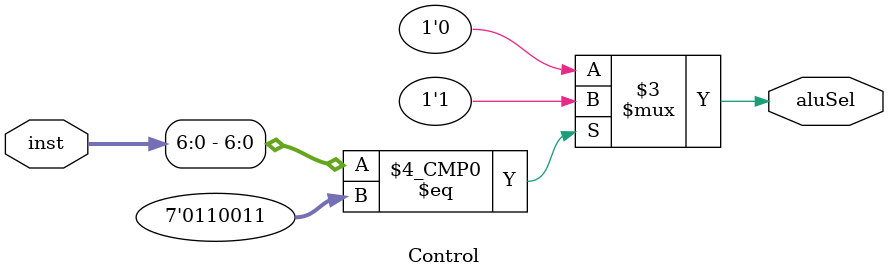
<source format=v>
module Control (inst,aluSel);
input wire[31:0] inst;
output reg aluSel;

always @(inst) begin
    case(inst[6:0])
        7'b0110011:begin
            aluSel=1;
        end
        default:begin
            aluSel=0;
        end
    endcase
end
endmodule 
</source>
